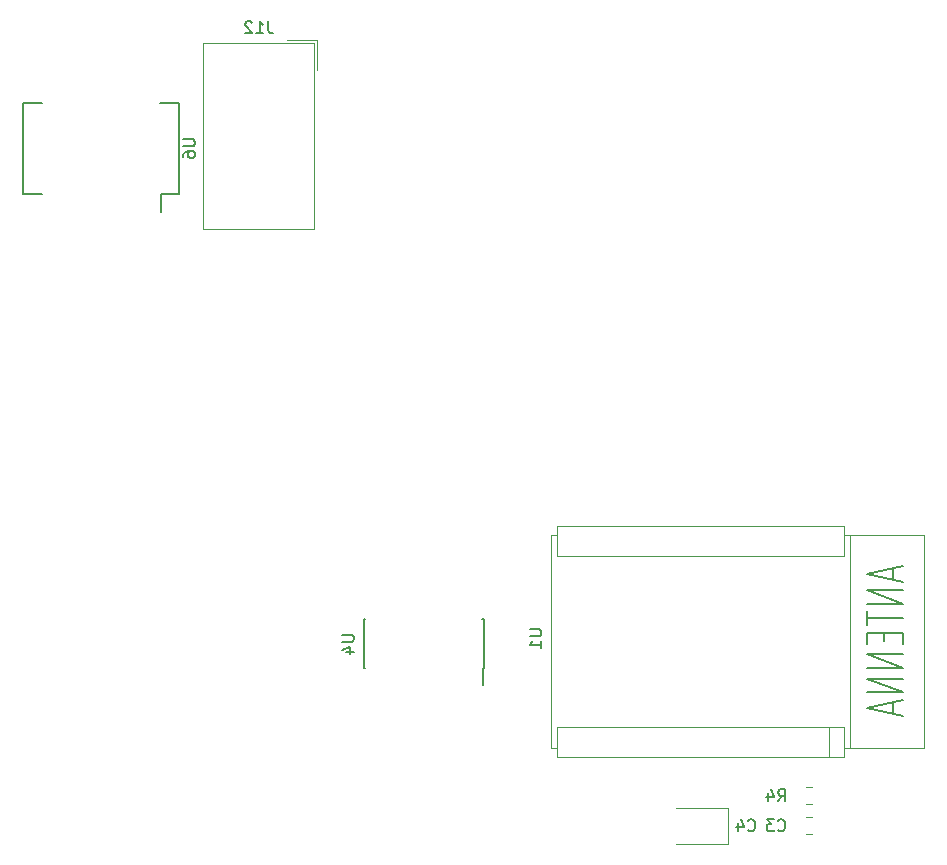
<source format=gbr>
G04 #@! TF.GenerationSoftware,KiCad,Pcbnew,(5.0.0)*
G04 #@! TF.CreationDate,2018-09-10T10:35:59+01:00*
G04 #@! TF.ProjectId,AquaHub,417175614875622E6B696361645F7063,rev?*
G04 #@! TF.SameCoordinates,Original*
G04 #@! TF.FileFunction,Legend,Bot*
G04 #@! TF.FilePolarity,Positive*
%FSLAX46Y46*%
G04 Gerber Fmt 4.6, Leading zero omitted, Abs format (unit mm)*
G04 Created by KiCad (PCBNEW (5.0.0)) date 09/10/18 10:35:59*
%MOMM*%
%LPD*%
G01*
G04 APERTURE LIST*
%ADD10C,0.120000*%
%ADD11C,0.150000*%
G04 APERTURE END LIST*
D10*
G04 #@! TO.C,J12*
X147090000Y-41005000D02*
X147090000Y-56785000D01*
X147090000Y-56785000D02*
X156440000Y-56785000D01*
X156440000Y-56785000D02*
X156440000Y-41005000D01*
X156440000Y-41005000D02*
X147090000Y-41005000D01*
X156690000Y-40755000D02*
X156690000Y-43295000D01*
X156690000Y-40755000D02*
X154150000Y-40755000D01*
D11*
G04 #@! TO.C,U6*
X145005000Y-53835000D02*
X143480000Y-53835000D01*
X145005000Y-46085000D02*
X143400000Y-46085000D01*
X131855000Y-46085000D02*
X133460000Y-46085000D01*
X131855000Y-53835000D02*
X133460000Y-53835000D01*
X145005000Y-53835000D02*
X145005000Y-46085000D01*
X131855000Y-53835000D02*
X131855000Y-46085000D01*
X143480000Y-53835000D02*
X143480000Y-55360000D01*
G04 #@! TO.C,U4*
X170785000Y-93990000D02*
X170785000Y-95365000D01*
X160660000Y-93990000D02*
X160660000Y-89840000D01*
X170810000Y-93990000D02*
X170810000Y-89840000D01*
X160660000Y-93990000D02*
X160765000Y-93990000D01*
X160660000Y-89840000D02*
X160765000Y-89840000D01*
X170810000Y-89840000D02*
X170705000Y-89840000D01*
X170810000Y-93990000D02*
X170785000Y-93990000D01*
D10*
G04 #@! TO.C,C3*
X198103748Y-106605000D02*
X198626252Y-106605000D01*
X198103748Y-108025000D02*
X198626252Y-108025000D01*
G04 #@! TO.C,R4*
X198103748Y-104065000D02*
X198626252Y-104065000D01*
X198103748Y-105485000D02*
X198626252Y-105485000D01*
G04 #@! TO.C,C4*
X191510000Y-108825000D02*
X187125000Y-108825000D01*
X191510000Y-105805000D02*
X191510000Y-108825000D01*
X187125000Y-105805000D02*
X191510000Y-105805000D01*
G04 #@! TO.C,U1*
X200025000Y-101464000D02*
X200025000Y-98924000D01*
X201295000Y-84446000D02*
X177038000Y-84446000D01*
X201295000Y-98924000D02*
X177038000Y-98924000D01*
X201295000Y-81906000D02*
X201295000Y-84446000D01*
X177038000Y-81906000D02*
X201295000Y-81906000D01*
X176530000Y-82668000D02*
X177038000Y-82668000D01*
X177038000Y-84446000D02*
X177038000Y-81906000D01*
X177038000Y-101455000D02*
X177038000Y-98924000D01*
X177038079Y-100693000D02*
X176530000Y-100693000D01*
X201295000Y-101455000D02*
X201295000Y-98924000D01*
X201295000Y-101455000D02*
X177032868Y-101455000D01*
X201800000Y-100685000D02*
X201779000Y-100685000D01*
X176530000Y-100693000D02*
X176530000Y-82685000D01*
X201330000Y-82685000D02*
X208100000Y-82685000D01*
X201800000Y-100685000D02*
X201800000Y-82685000D01*
X208100000Y-100685000D02*
X201304495Y-100685000D01*
X208100000Y-100685000D02*
X208100000Y-82685000D01*
G04 #@! TO.C,J12*
D11*
X152574523Y-39203380D02*
X152574523Y-39917666D01*
X152622142Y-40060523D01*
X152717380Y-40155761D01*
X152860238Y-40203380D01*
X152955476Y-40203380D01*
X151574523Y-40203380D02*
X152145952Y-40203380D01*
X151860238Y-40203380D02*
X151860238Y-39203380D01*
X151955476Y-39346238D01*
X152050714Y-39441476D01*
X152145952Y-39489095D01*
X151193571Y-39298619D02*
X151145952Y-39251000D01*
X151050714Y-39203380D01*
X150812619Y-39203380D01*
X150717380Y-39251000D01*
X150669761Y-39298619D01*
X150622142Y-39393857D01*
X150622142Y-39489095D01*
X150669761Y-39631952D01*
X151241190Y-40203380D01*
X150622142Y-40203380D01*
G04 #@! TO.C,U6*
X145382380Y-49198095D02*
X146191904Y-49198095D01*
X146287142Y-49245714D01*
X146334761Y-49293333D01*
X146382380Y-49388571D01*
X146382380Y-49579047D01*
X146334761Y-49674285D01*
X146287142Y-49721904D01*
X146191904Y-49769523D01*
X145382380Y-49769523D01*
X145382380Y-50674285D02*
X145382380Y-50483809D01*
X145430000Y-50388571D01*
X145477619Y-50340952D01*
X145620476Y-50245714D01*
X145810952Y-50198095D01*
X146191904Y-50198095D01*
X146287142Y-50245714D01*
X146334761Y-50293333D01*
X146382380Y-50388571D01*
X146382380Y-50579047D01*
X146334761Y-50674285D01*
X146287142Y-50721904D01*
X146191904Y-50769523D01*
X145953809Y-50769523D01*
X145858571Y-50721904D01*
X145810952Y-50674285D01*
X145763333Y-50579047D01*
X145763333Y-50388571D01*
X145810952Y-50293333D01*
X145858571Y-50245714D01*
X145953809Y-50198095D01*
G04 #@! TO.C,U4*
X158837380Y-91153095D02*
X159646904Y-91153095D01*
X159742142Y-91200714D01*
X159789761Y-91248333D01*
X159837380Y-91343571D01*
X159837380Y-91534047D01*
X159789761Y-91629285D01*
X159742142Y-91676904D01*
X159646904Y-91724523D01*
X158837380Y-91724523D01*
X159170714Y-92629285D02*
X159837380Y-92629285D01*
X158789761Y-92391190D02*
X159504047Y-92153095D01*
X159504047Y-92772142D01*
G04 #@! TO.C,C3*
X195746666Y-107672142D02*
X195794285Y-107719761D01*
X195937142Y-107767380D01*
X196032380Y-107767380D01*
X196175238Y-107719761D01*
X196270476Y-107624523D01*
X196318095Y-107529285D01*
X196365714Y-107338809D01*
X196365714Y-107195952D01*
X196318095Y-107005476D01*
X196270476Y-106910238D01*
X196175238Y-106815000D01*
X196032380Y-106767380D01*
X195937142Y-106767380D01*
X195794285Y-106815000D01*
X195746666Y-106862619D01*
X195413333Y-106767380D02*
X194794285Y-106767380D01*
X195127619Y-107148333D01*
X194984761Y-107148333D01*
X194889523Y-107195952D01*
X194841904Y-107243571D01*
X194794285Y-107338809D01*
X194794285Y-107576904D01*
X194841904Y-107672142D01*
X194889523Y-107719761D01*
X194984761Y-107767380D01*
X195270476Y-107767380D01*
X195365714Y-107719761D01*
X195413333Y-107672142D01*
G04 #@! TO.C,R4*
X195746666Y-105227380D02*
X196080000Y-104751190D01*
X196318095Y-105227380D02*
X196318095Y-104227380D01*
X195937142Y-104227380D01*
X195841904Y-104275000D01*
X195794285Y-104322619D01*
X195746666Y-104417857D01*
X195746666Y-104560714D01*
X195794285Y-104655952D01*
X195841904Y-104703571D01*
X195937142Y-104751190D01*
X196318095Y-104751190D01*
X194889523Y-104560714D02*
X194889523Y-105227380D01*
X195127619Y-104179761D02*
X195365714Y-104894047D01*
X194746666Y-104894047D01*
G04 #@! TO.C,C4*
X193206666Y-107672142D02*
X193254285Y-107719761D01*
X193397142Y-107767380D01*
X193492380Y-107767380D01*
X193635238Y-107719761D01*
X193730476Y-107624523D01*
X193778095Y-107529285D01*
X193825714Y-107338809D01*
X193825714Y-107195952D01*
X193778095Y-107005476D01*
X193730476Y-106910238D01*
X193635238Y-106815000D01*
X193492380Y-106767380D01*
X193397142Y-106767380D01*
X193254285Y-106815000D01*
X193206666Y-106862619D01*
X192349523Y-107100714D02*
X192349523Y-107767380D01*
X192587619Y-106719761D02*
X192825714Y-107434047D01*
X192206666Y-107434047D01*
G04 #@! TO.C,U1*
X174712380Y-90678095D02*
X175521904Y-90678095D01*
X175617142Y-90725714D01*
X175664761Y-90773333D01*
X175712380Y-90868571D01*
X175712380Y-91059047D01*
X175664761Y-91154285D01*
X175617142Y-91201904D01*
X175521904Y-91249523D01*
X174712380Y-91249523D01*
X175712380Y-92249523D02*
X175712380Y-91678095D01*
X175712380Y-91963809D02*
X174712380Y-91963809D01*
X174855238Y-91868571D01*
X174950476Y-91773333D01*
X174998095Y-91678095D01*
X205450000Y-85542142D02*
X205450000Y-86494523D01*
X206307142Y-85351666D02*
X203307142Y-86018333D01*
X206307142Y-86685000D01*
X206307142Y-87351666D02*
X203307142Y-87351666D01*
X206307142Y-88494523D01*
X203307142Y-88494523D01*
X203307142Y-89161190D02*
X203307142Y-90304047D01*
X206307142Y-89732619D02*
X203307142Y-89732619D01*
X204735714Y-90970714D02*
X204735714Y-91637380D01*
X206307142Y-91923095D02*
X206307142Y-90970714D01*
X203307142Y-90970714D01*
X203307142Y-91923095D01*
X206307142Y-92780238D02*
X203307142Y-92780238D01*
X206307142Y-93923095D01*
X203307142Y-93923095D01*
X206307142Y-94875476D02*
X203307142Y-94875476D01*
X206307142Y-96018333D01*
X203307142Y-96018333D01*
X205450000Y-96875476D02*
X205450000Y-97827857D01*
X206307142Y-96685000D02*
X203307142Y-97351666D01*
X206307142Y-98018333D01*
G04 #@! TD*
M02*

</source>
